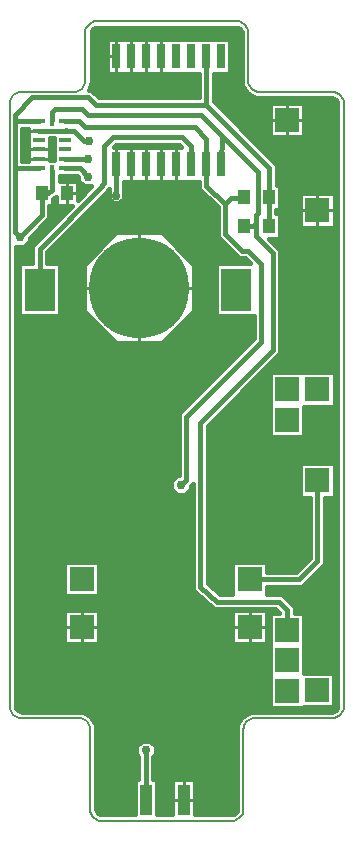
<source format=gbr>
G04 PROTEUS RS274X GERBER FILE*
%FSLAX45Y45*%
%MOMM*%
G01*
%ADD10C,0.381000*%
%ADD11C,0.762000*%
%ADD12C,0.254000*%
%ADD13R,1.016000X2.540000*%
%ADD14R,1.016000X1.270000*%
%ADD15R,2.540000X3.556000*%
%ADD16R,2.032000X2.032000*%
%ADD17R,0.990000X0.405000*%
%ADD18R,0.405000X0.990000*%
%ADD19C,8.483600*%
%ADD70R,0.635000X2.032000*%
%ADD71C,0.203200*%
G36*
X+639791Y+3262479D02*
X+645773Y+3260668D01*
X+661719Y+3250021D01*
X+672368Y+3234072D01*
X+674180Y+3228089D01*
X+675390Y+3215652D01*
X+675390Y+2815316D01*
X+678159Y+2786860D01*
X+687797Y+2755028D01*
X+692298Y+2748286D01*
X+719530Y+2707498D01*
X+767060Y+2675763D01*
X+774820Y+2673413D01*
X+798897Y+2666123D01*
X+827352Y+2663354D01*
X+1437352Y+2663354D01*
X+1449791Y+2662143D01*
X+1455773Y+2660332D01*
X+1471719Y+2649685D01*
X+1482368Y+2633736D01*
X+1484180Y+2627753D01*
X+1485390Y+2615316D01*
X+1485390Y-2479397D01*
X+1484180Y-2491834D01*
X+1482368Y-2497817D01*
X+1471719Y-2513766D01*
X+1455773Y-2524413D01*
X+1449791Y-2526224D01*
X+1437341Y-2527436D01*
X+787341Y-2527436D01*
X+782569Y-2527900D01*
X+758897Y-2530204D01*
X+727060Y-2539844D01*
X+679530Y-2571579D01*
X+647797Y-2619109D01*
X+638159Y-2650941D01*
X+635390Y-2679397D01*
X+635390Y-3349397D01*
X+634180Y-3361834D01*
X+632368Y-3367817D01*
X+621719Y-3383766D01*
X+605773Y-3394413D01*
X+599791Y-3396224D01*
X+587352Y-3397435D01*
X+279249Y-3397435D01*
X+279249Y-3102351D01*
X+88751Y-3102351D01*
X+88751Y-3397435D01*
X-38251Y-3397435D01*
X-38251Y-3102351D01*
X-72049Y-3102351D01*
X-72049Y-2909486D01*
X-52999Y-2890436D01*
X-52999Y-2822050D01*
X-101355Y-2773694D01*
X-169741Y-2773694D01*
X-218097Y-2822050D01*
X-218097Y-2890436D01*
X-199047Y-2909486D01*
X-199047Y-3102351D01*
X-228749Y-3102351D01*
X-228749Y-3397435D01*
X-507352Y-3397435D01*
X-519791Y-3396224D01*
X-525773Y-3394413D01*
X-541719Y-3383766D01*
X-552368Y-3367817D01*
X-554180Y-3361834D01*
X-555390Y-3349397D01*
X-555390Y-2679397D01*
X-558159Y-2650941D01*
X-567797Y-2619109D01*
X-572298Y-2612367D01*
X-599530Y-2571579D01*
X-647060Y-2539844D01*
X-654820Y-2537494D01*
X-678897Y-2530204D01*
X-707352Y-2527435D01*
X-1187352Y-2527435D01*
X-1199791Y-2526224D01*
X-1205773Y-2524413D01*
X-1221719Y-2513766D01*
X-1232368Y-2497817D01*
X-1234180Y-2491834D01*
X-1235390Y-2479397D01*
X-1235390Y+1406151D01*
X-1168811Y+1406151D01*
X-1120455Y+1454507D01*
X-1120455Y+1481449D01*
X-954861Y+1647043D01*
X-954861Y+1752051D01*
X-923111Y+1752051D01*
X-923111Y+1808810D01*
X-900249Y+1831672D01*
X-900249Y+1752051D01*
X-764655Y+1752051D01*
X-1098698Y+1418008D01*
X-1098698Y+1266449D01*
X-1206649Y+1266449D01*
X-1206649Y+821951D01*
X-863751Y+821951D01*
X-863751Y+1266449D01*
X-971702Y+1266449D01*
X-971702Y+1365404D01*
X-475361Y+1861745D01*
X-449499Y+1897304D01*
X-449499Y+1864998D01*
X-450020Y+1864477D01*
X-450020Y+1811873D01*
X-412824Y+1774677D01*
X-360220Y+1774677D01*
X-322501Y+1812396D01*
X-322501Y+1959551D01*
X+312501Y+1959551D01*
X+312501Y+1899008D01*
X+470066Y+1741443D01*
X+470066Y+1489461D01*
X+649529Y+1309998D01*
X+702196Y+1309998D01*
X+745745Y+1266449D01*
X+457051Y+1266449D01*
X+457051Y+821951D01*
X+776501Y+821951D01*
X+776501Y+631302D01*
X+141501Y-3698D01*
X+141501Y-527451D01*
X+127921Y-527451D01*
X+79565Y-575807D01*
X+79565Y-644193D01*
X+127921Y-692549D01*
X+196307Y-692549D01*
X+244663Y-644193D01*
X+244663Y-617251D01*
X+260200Y-601714D01*
X+260200Y-1482724D01*
X+270987Y-1507198D01*
X+280860Y-1516222D01*
X+438753Y-1660533D01*
X+960211Y-1660533D01*
X+993629Y-1693951D01*
X+913951Y-1693951D01*
X+913951Y-2496049D01*
X+1206049Y-2496049D01*
X+1206049Y-2492749D01*
X+1460349Y-2492749D01*
X+1460349Y-2200651D01*
X+1206049Y-2200651D01*
X+1206049Y-1693951D01*
X+1123499Y-1693951D01*
X+1123499Y-1644221D01*
X+1012815Y-1533537D01*
X+888849Y-1533537D01*
X+888849Y-1470399D01*
X+1189402Y-1470398D01*
X+1378499Y-1281301D01*
X+1378499Y-716049D01*
X+1461049Y-716049D01*
X+1461049Y-423951D01*
X+1168951Y-423951D01*
X+1168951Y-716049D01*
X+1251501Y-716049D01*
X+1251501Y-1228699D01*
X+1136798Y-1343402D01*
X+888849Y-1343401D01*
X+888849Y-1260851D01*
X+596751Y-1260851D01*
X+596751Y-1533537D01*
X+488047Y-1533537D01*
X+387198Y-1441363D01*
X+387198Y-111421D01*
X+1003076Y+504457D01*
X+1003076Y+1379263D01*
X+905288Y+1477051D01*
X+1000249Y+1477051D01*
X+1000249Y+1692949D01*
X+968499Y+1692949D01*
X+968499Y+1717051D01*
X+1003149Y+1717051D01*
X+1003149Y+1932949D01*
X+971399Y+1932949D01*
X+971399Y+2103773D01*
X+934201Y+2140970D01*
X+437620Y+2637552D01*
X+437620Y+2873951D01*
X+579199Y+2873951D01*
X+579199Y+3166049D01*
X-462199Y+3166049D01*
X-462199Y+2873951D01*
X+310622Y+2873951D01*
X+310622Y+2674749D01*
X-534949Y+2674749D01*
X-598699Y+2738499D01*
X-618832Y+2738499D01*
X-607797Y+2755028D01*
X-598159Y+2786860D01*
X-595390Y+2815316D01*
X-595390Y+3215652D01*
X-594180Y+3228089D01*
X-592368Y+3234072D01*
X-581719Y+3250021D01*
X-565773Y+3260668D01*
X-559791Y+3262479D01*
X-547352Y+3263690D01*
X+627352Y+3263690D01*
X+639791Y+3262479D01*
G37*
%LPC*%
G36*
X-825649Y-1667251D02*
X-533551Y-1667251D01*
X-533551Y-1959349D01*
X-825649Y-1959349D01*
X-825649Y-1667251D01*
G37*
G36*
X-825649Y-1260851D02*
X-533551Y-1260851D01*
X-533551Y-1552949D01*
X-825649Y-1552949D01*
X-825649Y-1260851D01*
G37*
G36*
X+596751Y-1667251D02*
X+888849Y-1667251D01*
X+888849Y-1959349D01*
X+596751Y-1959349D01*
X+596751Y-1667251D01*
G37*
G36*
X+1461049Y+53951D02*
X+1206049Y+53951D01*
X+1206049Y-206049D01*
X+913951Y-206049D01*
X+913951Y+346049D01*
X+1461049Y+346049D01*
X+1461049Y+53951D01*
G37*
G36*
X+913951Y+2626049D02*
X+1206049Y+2626049D01*
X+1206049Y+2333951D01*
X+913951Y+2333951D01*
X+913951Y+2626049D01*
G37*
G36*
X+1168951Y+1861049D02*
X+1461049Y+1861049D01*
X+1461049Y+1568951D01*
X+1168951Y+1568951D01*
X+1168951Y+1861049D01*
G37*
G36*
X-188Y+593271D02*
X-388412Y+593271D01*
X-662929Y+867788D01*
X-662929Y+1256012D01*
X-388412Y+1530529D01*
X-188Y+1530529D01*
X+274329Y+1256012D01*
X+274329Y+867788D01*
X-188Y+593271D01*
G37*
%LPD*%
G36*
X+164684Y+2251649D02*
X-409551Y+2251649D01*
X-388195Y+2273005D01*
X+143328Y+2273005D01*
X+164684Y+2251649D01*
G37*
G36*
X-913449Y+2326601D02*
X-913449Y+2143949D01*
X-945551Y+2143949D01*
X-945551Y+2327801D01*
X-913449Y+2327801D01*
X-913449Y+2326601D01*
G37*
G36*
X-1133449Y+2407802D02*
X-1133449Y+2134799D01*
X-1181501Y+2134799D01*
X-1181501Y+2407802D01*
X-1133449Y+2407802D01*
G37*
G36*
X-708129Y+1994196D02*
X-708129Y+1967254D01*
X-659773Y+1918898D01*
X-597808Y+1918898D01*
X-709751Y+1806955D01*
X-709751Y+1967949D01*
X-865301Y+1967949D01*
X-865301Y+2006601D01*
X-725551Y+2006601D01*
X-725551Y+2007801D01*
X-721734Y+2007801D01*
X-708129Y+1994196D01*
G37*
D10*
X+1315000Y-570000D02*
X+1315000Y-1255000D01*
X+1163100Y-1406900D01*
X+742800Y-1406900D01*
X-135548Y-2856243D02*
X-135548Y-3271752D01*
X-133500Y-3273800D01*
X-1203004Y+1488700D02*
X-1199652Y+1485348D01*
X-1245000Y+1618360D02*
X-1245000Y+1580000D01*
X-1245000Y+1530696D01*
X-1203004Y+1488700D01*
X-1245000Y+1805486D02*
X-1245000Y+1618360D01*
X+688735Y+1830805D02*
X+693735Y+1830805D01*
X+694540Y+1830000D01*
X+688735Y+1830805D02*
X+694540Y+1825000D01*
X+694540Y+1830000D01*
X+905000Y+1585000D02*
X+905000Y+1832100D01*
X+907900Y+1835000D01*
X+691640Y+1585000D02*
X+774668Y+1585000D01*
X+794662Y+1604994D01*
X-1039500Y+2071300D02*
X-1227362Y+2071300D01*
X-1245000Y+2053662D01*
X-1245000Y+1805486D01*
X+640000Y+1820000D02*
X+677930Y+1820000D01*
X+688735Y+1820000D01*
X+688735Y+1830805D01*
X+677930Y+1820000D02*
X+688735Y+1830805D01*
X+795000Y+1587260D02*
X+794662Y+1604994D01*
X+533565Y+1767744D02*
X+376000Y+1925309D01*
X+376000Y+2105600D01*
X+533565Y+1767744D02*
X+586626Y+1820805D01*
X+635781Y+1820805D01*
X+635781Y+1820000D01*
X+640000Y+1820000D01*
X-819500Y+2391300D02*
X-817316Y+2391300D01*
X-749166Y+2391300D01*
X-659359Y+2301493D01*
X-620637Y+2301493D01*
X-619148Y+2302982D01*
X-619148Y+2303727D01*
X-1039500Y+2391300D02*
X-817316Y+2391300D01*
X-815847Y+2392769D01*
X-819500Y+2391300D01*
X-386000Y+2105600D02*
X-386000Y+1838697D01*
X-386522Y+1838175D01*
X-625000Y+2151921D02*
X-818879Y+2151921D01*
X-819500Y+2151300D01*
X-625580Y+2001447D02*
X-695433Y+2071300D01*
X-819500Y+2071300D01*
X-930000Y+2050000D02*
X-930000Y+1891721D01*
X-962537Y+1859184D01*
X-1017544Y+1859184D01*
X-1018360Y+1860000D01*
X-1018360Y+1673344D01*
X-1203004Y+1488700D01*
X+907900Y+1825000D02*
X+907900Y+1835000D01*
X-1245000Y+2460000D02*
X-1245000Y+2440000D01*
X-1039500Y+2471300D02*
X-1233700Y+2471300D01*
X-1245000Y+2460000D01*
X-1245000Y+2440000D02*
X-1245000Y+2053662D01*
X+374121Y+2611250D02*
X+374121Y+3018121D01*
X+376000Y+3020000D01*
X+1060000Y-1840000D02*
X+1060000Y-1670522D01*
X+986513Y-1597035D01*
X+463400Y-1597035D01*
X+323699Y-1469351D01*
X+323699Y-85120D01*
X+939577Y+530758D01*
X+939577Y+1352962D01*
X+795000Y+1497539D01*
X+795000Y+1587260D01*
X+907900Y+1835000D02*
X+907900Y+2077471D01*
X+374121Y+2611250D01*
X-1035200Y+1044200D02*
X-1035200Y+1391706D01*
X-523783Y+1903123D01*
X-493635Y+1944576D01*
X-493635Y+2257365D01*
X-414496Y+2336504D01*
X+169629Y+2336504D01*
X+248768Y+2257365D01*
X+248768Y+2105832D01*
X+249000Y+2105600D01*
X+505000Y+2345000D02*
X+810000Y+2040000D01*
X+810000Y+1917860D01*
X+809444Y+1917304D01*
X+809444Y+1693186D01*
X+795000Y+1678742D01*
X+795000Y+1587260D01*
X-819500Y+2471300D02*
X-702448Y+2471300D01*
X-651148Y+2420000D01*
X+280001Y+2420000D01*
X+376703Y+2323298D01*
X+376703Y+2106303D01*
X+376000Y+2105600D01*
X+374121Y+2611250D02*
X-561250Y+2611250D01*
X-625000Y+2675000D01*
X-1096712Y+2675000D01*
X-1245000Y+2526712D01*
X-1245000Y+2460000D01*
X-929500Y+2481300D02*
X-929500Y+2545500D01*
X-905000Y+2570000D01*
X-676971Y+2570000D01*
X-626971Y+2520000D01*
X+329999Y+2520000D01*
X+505000Y+2345000D01*
X+503000Y+2105600D01*
X+162114Y-610000D02*
X+205000Y-567114D01*
X+205000Y-29999D01*
X+840000Y+605001D01*
X+840000Y+1261994D01*
X+728497Y+1373497D01*
X+675830Y+1373497D01*
X+533565Y+1515762D01*
X+533565Y+1767744D01*
D11*
X-135548Y-2856243D03*
X-1203004Y+1488700D03*
X-619148Y+2303727D03*
X-386522Y+1838175D03*
X-625000Y+2151921D03*
X-625580Y+2001447D03*
X+162114Y-610000D03*
D10*
X+639791Y+3262479D02*
X+645773Y+3260668D01*
X+661719Y+3250021D01*
X+672368Y+3234072D01*
X+674180Y+3228089D01*
X+675390Y+3215652D01*
X+675390Y+2815316D01*
X+678159Y+2786860D01*
X+687797Y+2755028D01*
X+692298Y+2748286D01*
X+719530Y+2707498D01*
X+767060Y+2675763D01*
X+774820Y+2673413D01*
X+798897Y+2666123D01*
X+827352Y+2663354D01*
X+1437352Y+2663354D01*
X+1449791Y+2662143D01*
X+1455773Y+2660332D01*
X+1471719Y+2649685D01*
X+1482368Y+2633736D01*
X+1484180Y+2627753D01*
X+1485390Y+2615316D01*
X+1485390Y-2479397D01*
X+1484180Y-2491834D01*
X+1482368Y-2497817D01*
X+1471719Y-2513766D01*
X+1455773Y-2524413D01*
X+1449791Y-2526224D01*
X+1437341Y-2527436D01*
X+787341Y-2527436D01*
X+782569Y-2527900D01*
X+758897Y-2530204D01*
X+727060Y-2539844D01*
X+679530Y-2571579D01*
X+647797Y-2619109D01*
X+638159Y-2650941D01*
X+635390Y-2679397D01*
X+635390Y-3349397D01*
X+634180Y-3361834D01*
X+632368Y-3367817D01*
X+621719Y-3383766D01*
X+605773Y-3394413D01*
X+599791Y-3396224D01*
X+587352Y-3397435D01*
X+279249Y-3397435D01*
X+279249Y-3102351D01*
X+88751Y-3102351D01*
X+88751Y-3397435D01*
X-38251Y-3397435D01*
X-38251Y-3102351D01*
X-72049Y-3102351D01*
X-72049Y-2909486D01*
X-52999Y-2890436D01*
X-52999Y-2822050D01*
X-101355Y-2773694D01*
X-169741Y-2773694D01*
X-218097Y-2822050D01*
X-218097Y-2890436D01*
X-199047Y-2909486D01*
X-199047Y-3102351D01*
X-228749Y-3102351D01*
X-228749Y-3397435D01*
X-507352Y-3397435D01*
X-519791Y-3396224D01*
X-525773Y-3394413D01*
X-541719Y-3383766D01*
X-552368Y-3367817D01*
X-554180Y-3361834D01*
X-555390Y-3349397D01*
X-555390Y-2679397D01*
X-558159Y-2650941D01*
X-567797Y-2619109D01*
X-572298Y-2612367D01*
X-599530Y-2571579D01*
X-647060Y-2539844D01*
X-654820Y-2537494D01*
X-678897Y-2530204D01*
X-707352Y-2527435D01*
X-1187352Y-2527435D01*
X-1199791Y-2526224D01*
X-1205773Y-2524413D01*
X-1221719Y-2513766D01*
X-1232368Y-2497817D01*
X-1234180Y-2491834D01*
X-1235390Y-2479397D01*
X-1235390Y+1406151D01*
X-1168811Y+1406151D01*
X-1120455Y+1454507D01*
X-1120455Y+1481449D01*
X-954861Y+1647043D01*
X-954861Y+1752051D01*
X-923111Y+1752051D01*
X-923111Y+1808810D01*
X-900249Y+1831672D01*
X-900249Y+1752051D01*
X-764655Y+1752051D01*
X-1098698Y+1418008D01*
X-1098698Y+1266449D01*
X-1206649Y+1266449D01*
X-1206649Y+821951D01*
X-863751Y+821951D01*
X-863751Y+1266449D01*
X-971702Y+1266449D01*
X-971702Y+1365404D01*
X-475361Y+1861745D01*
X-449499Y+1897304D01*
X-449499Y+1864998D01*
X-450020Y+1864477D01*
X-450020Y+1811873D01*
X-412824Y+1774677D01*
X-360220Y+1774677D01*
X-322501Y+1812396D01*
X-322501Y+1959551D01*
X+312501Y+1959551D01*
X+312501Y+1899008D01*
X+470066Y+1741443D01*
X+470066Y+1489461D01*
X+649529Y+1309998D01*
X+702196Y+1309998D01*
X+745745Y+1266449D01*
X+457051Y+1266449D01*
X+457051Y+821951D01*
X+776501Y+821951D01*
X+776501Y+631302D01*
X+141501Y-3698D01*
X+141501Y-527451D01*
X+127921Y-527451D01*
X+79565Y-575807D01*
X+79565Y-644193D01*
X+127921Y-692549D01*
X+196307Y-692549D01*
X+244663Y-644193D01*
X+244663Y-617251D01*
X+260200Y-601714D01*
X+260200Y-1482724D01*
X+270987Y-1507198D01*
X+280860Y-1516222D01*
X+438753Y-1660533D01*
X+960211Y-1660533D01*
X+993629Y-1693951D01*
X+913951Y-1693951D01*
X+913951Y-2496049D01*
X+1206049Y-2496049D01*
X+1206049Y-2492749D01*
X+1460349Y-2492749D01*
X+1460349Y-2200651D01*
X+1206049Y-2200651D01*
X+1206049Y-1693951D01*
X+1123499Y-1693951D01*
X+1123499Y-1644221D01*
X+1012815Y-1533537D01*
X+888849Y-1533537D01*
X+888849Y-1470399D01*
X+1189402Y-1470398D01*
X+1378499Y-1281301D01*
X+1378499Y-716049D01*
X+1461049Y-716049D01*
X+1461049Y-423951D01*
X+1168951Y-423951D01*
X+1168951Y-716049D01*
X+1251501Y-716049D01*
X+1251501Y-1228699D01*
X+1136798Y-1343402D01*
X+888849Y-1343401D01*
X+888849Y-1260851D01*
X+596751Y-1260851D01*
X+596751Y-1533537D01*
X+488047Y-1533537D01*
X+387198Y-1441363D01*
X+387198Y-111421D01*
X+1003076Y+504457D01*
X+1003076Y+1379263D01*
X+905288Y+1477051D01*
X+1000249Y+1477051D01*
X+1000249Y+1692949D01*
X+968499Y+1692949D01*
X+968499Y+1717051D01*
X+1003149Y+1717051D01*
X+1003149Y+1932949D01*
X+971399Y+1932949D01*
X+971399Y+2103773D01*
X+934201Y+2140970D01*
X+437620Y+2637552D01*
X+437620Y+2873951D01*
X+579199Y+2873951D01*
X+579199Y+3166049D01*
X-462199Y+3166049D01*
X-462199Y+2873951D01*
X+310622Y+2873951D01*
X+310622Y+2674749D01*
X-534949Y+2674749D01*
X-598699Y+2738499D01*
X-618832Y+2738499D01*
X-607797Y+2755028D01*
X-598159Y+2786860D01*
X-595390Y+2815316D01*
X-595390Y+3215652D01*
X-594180Y+3228089D01*
X-592368Y+3234072D01*
X-581719Y+3250021D01*
X-565773Y+3260668D01*
X-559791Y+3262479D01*
X-547352Y+3263690D01*
X+627352Y+3263690D01*
X+639791Y+3262479D01*
X-825649Y-1667251D02*
X-533551Y-1667251D01*
X-533551Y-1959349D01*
X-825649Y-1959349D01*
X-825649Y-1667251D01*
X-825649Y-1260851D02*
X-533551Y-1260851D01*
X-533551Y-1552949D01*
X-825649Y-1552949D01*
X-825649Y-1260851D01*
X+596751Y-1667251D02*
X+888849Y-1667251D01*
X+888849Y-1959349D01*
X+596751Y-1959349D01*
X+596751Y-1667251D01*
X+1461049Y+53951D02*
X+1206049Y+53951D01*
X+1206049Y-206049D01*
X+913951Y-206049D01*
X+913951Y+346049D01*
X+1461049Y+346049D01*
X+1461049Y+53951D01*
X+913951Y+2626049D02*
X+1206049Y+2626049D01*
X+1206049Y+2333951D01*
X+913951Y+2333951D01*
X+913951Y+2626049D01*
X+1168951Y+1861049D02*
X+1461049Y+1861049D01*
X+1461049Y+1568951D01*
X+1168951Y+1568951D01*
X+1168951Y+1861049D01*
X-188Y+593271D02*
X-388412Y+593271D01*
X-662929Y+867788D01*
X-662929Y+1256012D01*
X-388412Y+1530529D01*
X-188Y+1530529D01*
X+274329Y+1256012D01*
X+274329Y+867788D01*
X-188Y+593271D01*
X+164684Y+2251649D02*
X-409551Y+2251649D01*
X-388195Y+2273005D01*
X+143328Y+2273005D01*
X+164684Y+2251649D01*
X-913449Y+2326601D02*
X-913449Y+2143949D01*
X-945551Y+2143949D01*
X-945551Y+2327801D01*
X-913449Y+2327801D01*
X-913449Y+2326601D01*
X-1133449Y+2407802D02*
X-1133449Y+2134799D01*
X-1181501Y+2134799D01*
X-1181501Y+2407802D01*
X-1133449Y+2407802D01*
X-708129Y+1994196D02*
X-708129Y+1967254D01*
X-659773Y+1918898D01*
X-597808Y+1918898D01*
X-709751Y+1806955D01*
X-709751Y+1967949D01*
X-865301Y+1967949D01*
X-865301Y+2006601D01*
X-725551Y+2006601D01*
X-725551Y+2007801D01*
X-721734Y+2007801D01*
X-708129Y+1994196D01*
D12*
X+279249Y-3273800D02*
X+184000Y-3273800D01*
X+88751Y-3273800D02*
X+184000Y-3273800D01*
X+184000Y-3102351D02*
X+184000Y-3273800D01*
X-825649Y-1813300D02*
X-679600Y-1813300D01*
X-533551Y-1813300D02*
X-679600Y-1813300D01*
X-679600Y-1959349D02*
X-679600Y-1813300D01*
X-679600Y-1667251D02*
X-679600Y-1813300D01*
X+596751Y-1813300D02*
X+742800Y-1813300D01*
X+888849Y-1813300D02*
X+742800Y-1813300D01*
X+742800Y-1959349D02*
X+742800Y-1813300D01*
X+742800Y-1667251D02*
X+742800Y-1813300D01*
X+913951Y+2480000D02*
X+1060000Y+2480000D01*
X+1206049Y+2480000D02*
X+1060000Y+2480000D01*
X+1060000Y+2333951D02*
X+1060000Y+2480000D01*
X+1060000Y+2626049D02*
X+1060000Y+2480000D01*
X+1168951Y+1715000D02*
X+1315000Y+1715000D01*
X+1461049Y+1715000D02*
X+1315000Y+1715000D01*
X+1315000Y+1568951D02*
X+1315000Y+1715000D01*
X+1315000Y+1861049D02*
X+1315000Y+1715000D01*
X-1133449Y+2151300D02*
X-1039500Y+2151300D01*
X-945551Y+2151300D02*
X-1039500Y+2151300D01*
X-1133449Y+2231300D02*
X-1039500Y+2231300D01*
X-945551Y+2231300D02*
X-1039500Y+2231300D01*
X-1133449Y+2391300D02*
X-1039500Y+2391300D01*
X-194300Y+593271D02*
X-194300Y+1061900D01*
X-194300Y+1530529D02*
X-194300Y+1061900D01*
X+274329Y+1061900D02*
X-194300Y+1061900D01*
X-662929Y+1061900D02*
X-194300Y+1061900D01*
X-5000Y+2873951D02*
X-5000Y+3020000D01*
X-5000Y+3166049D02*
X-5000Y+3020000D01*
X-132000Y+2873951D02*
X-132000Y+3020000D01*
X-132000Y+3166049D02*
X-132000Y+3020000D01*
X-259000Y+2873951D02*
X-259000Y+3020000D01*
X-259000Y+3166049D02*
X-259000Y+3020000D01*
X-462199Y+3020000D02*
X-386000Y+3020000D01*
X-386000Y+2873951D02*
X-386000Y+3020000D01*
X-386000Y+3166049D02*
X-386000Y+3020000D01*
X-386000Y+2251649D02*
X-386000Y+2105600D01*
X-259000Y+2251649D02*
X-259000Y+2105600D01*
X-259000Y+1959551D02*
X-259000Y+2105600D01*
X-132000Y+2251649D02*
X-132000Y+2105600D01*
X-132000Y+1959551D02*
X-132000Y+2105600D01*
X-5000Y+2251649D02*
X-5000Y+2105600D01*
X-5000Y+1959551D02*
X-5000Y+2105600D01*
X+122000Y+2251649D02*
X+122000Y+2105600D01*
X+122000Y+1959551D02*
X+122000Y+2105600D01*
X-709751Y+1860000D02*
X-805000Y+1860000D01*
X-805000Y+1967949D02*
X-805000Y+1860000D01*
X-805000Y+1752051D02*
X-805000Y+1860000D01*
D13*
X+184000Y-3273800D03*
X-133500Y-3273800D03*
D14*
X+905000Y+1585000D03*
X+691640Y+1585000D03*
X+907900Y+1825000D03*
X+694540Y+1825000D03*
D15*
X-1035200Y+1044200D03*
X+628500Y+1044200D03*
D16*
X-679600Y-1813300D03*
X-679600Y-1406900D03*
X+742800Y-1813300D03*
X+742800Y-1406900D03*
X+1315000Y-570000D03*
X+1060000Y-60000D03*
X+1060000Y-2095000D03*
X+1060000Y-1840000D03*
X+1060000Y-2350000D03*
X+1060000Y+2480000D03*
X+1315000Y+1715000D03*
X+1314300Y-2346700D03*
D17*
X-819500Y+2071300D03*
X-819500Y+2151300D03*
X-819500Y+2231300D03*
X-819500Y+2311300D03*
X-819500Y+2391300D03*
X-819500Y+2471300D03*
X-1039500Y+2071300D03*
X-1039500Y+2151300D03*
X-1039500Y+2231300D03*
X-1039500Y+2311300D03*
X-1039500Y+2391300D03*
X-1039500Y+2471300D03*
D18*
X-929500Y+2481300D03*
D19*
X-194300Y+1061900D03*
D16*
X+1060000Y+200000D03*
X+1315000Y+200000D03*
D70*
X+503000Y+3020000D03*
X+376000Y+3020000D03*
X+249000Y+3020000D03*
X+122000Y+3020000D03*
X-5000Y+3020000D03*
X-132000Y+3020000D03*
X-259000Y+3020000D03*
X-386000Y+3020000D03*
X-386000Y+2105600D03*
X-259000Y+2105600D03*
X-132000Y+2105600D03*
X-5000Y+2105600D03*
X+122000Y+2105600D03*
X+249000Y+2105600D03*
X+376000Y+2105600D03*
X+503000Y+2105600D03*
D18*
X-930000Y+2050000D03*
D14*
X-805000Y+1860000D03*
X-1018360Y+1860000D03*
D71*
X-610000Y-3352045D02*
X-608010Y-3372492D01*
X-602285Y-3391400D01*
X-581094Y-3423139D01*
X-549356Y-3444330D01*
X-530447Y-3450055D01*
X-510000Y-3452045D01*
X-610000Y-3352045D02*
X-610000Y-2682045D01*
X-611990Y-2661598D01*
X-617715Y-2642690D01*
X-638906Y-2610951D01*
X-670644Y-2589760D01*
X-689553Y-2584035D01*
X-710000Y-2582045D01*
X-1190000Y-2582045D01*
X-1290000Y-2482045D02*
X-1288010Y-2502492D01*
X-1282285Y-2521400D01*
X-1261094Y-2553139D01*
X-1229356Y-2574330D01*
X-1210447Y-2580055D01*
X-1190000Y-2582045D01*
X-1290000Y-2482045D02*
X-1290000Y+2617964D01*
X-1288010Y+2638411D01*
X-1282285Y+2657319D01*
X-1261094Y+2689058D01*
X-1229356Y+2710249D01*
X-1210447Y+2715974D01*
X-1190000Y+2717964D01*
X-750000Y+2717964D01*
X-650000Y+2817964D02*
X-651990Y+2797517D01*
X-657715Y+2778609D01*
X-678906Y+2746870D01*
X-710644Y+2725679D01*
X-729553Y+2719954D01*
X-750000Y+2717964D01*
X-650000Y+2817964D02*
X-650000Y+3218300D01*
X-648010Y+3238747D01*
X-642285Y+3257655D01*
X-621094Y+3289394D01*
X-589356Y+3310585D01*
X-570447Y+3316310D01*
X-550000Y+3318300D01*
X+630000Y+3318300D01*
X+730000Y+3218300D02*
X+728010Y+3238747D01*
X+722285Y+3257655D01*
X+701094Y+3289394D01*
X+669356Y+3310585D01*
X+650447Y+3316310D01*
X+630000Y+3318300D01*
X+730000Y+3218300D02*
X+730000Y+2817964D01*
X+731990Y+2797517D01*
X+737715Y+2778609D01*
X+758906Y+2746870D01*
X+790644Y+2725679D01*
X+809553Y+2719954D01*
X+830000Y+2717964D01*
X+1440000Y+2717964D01*
X+1540000Y+2617964D02*
X+1538010Y+2638411D01*
X+1532285Y+2657319D01*
X+1511094Y+2689058D01*
X+1479356Y+2710249D01*
X+1460447Y+2715974D01*
X+1440000Y+2717964D01*
X+1540000Y+2617964D02*
X+1540000Y-2482045D01*
X+1538010Y-2502492D01*
X+1532285Y-2521400D01*
X+1511094Y-2553139D01*
X+1479356Y-2574330D01*
X+1460447Y-2580055D01*
X+1440000Y-2582045D01*
X+790000Y-2582045D01*
X+690000Y-2682045D02*
X+691990Y-2661598D01*
X+697715Y-2642690D01*
X+718906Y-2610951D01*
X+750644Y-2589760D01*
X+769553Y-2584035D01*
X+790000Y-2582045D01*
X+690000Y-2682045D02*
X+690000Y-3352045D01*
X+688010Y-3372492D01*
X+682285Y-3391400D01*
X+661094Y-3423139D01*
X+629356Y-3444330D01*
X+610447Y-3450055D01*
X+590000Y-3452045D01*
X+302500Y-3452045D01*
X-222500Y-3452045D02*
X-510000Y-3452045D01*
X+302500Y-3452045D02*
X-222500Y-3452045D01*
M02*

</source>
